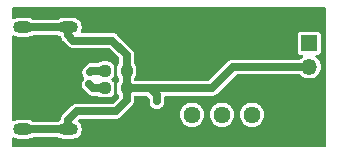
<source format=gbr>
%TF.GenerationSoftware,KiCad,Pcbnew,8.0.8*%
%TF.CreationDate,2025-02-05T16:43:23+08:00*%
%TF.ProjectId,5V24VBoostUp(USBC),35563234-5642-46f6-9f73-745570285553,rev?*%
%TF.SameCoordinates,Original*%
%TF.FileFunction,Copper,L2,Bot*%
%TF.FilePolarity,Positive*%
%FSLAX46Y46*%
G04 Gerber Fmt 4.6, Leading zero omitted, Abs format (unit mm)*
G04 Created by KiCad (PCBNEW 8.0.8) date 2025-02-05 16:43:23*
%MOMM*%
%LPD*%
G01*
G04 APERTURE LIST*
G04 Aperture macros list*
%AMRoundRect*
0 Rectangle with rounded corners*
0 $1 Rounding radius*
0 $2 $3 $4 $5 $6 $7 $8 $9 X,Y pos of 4 corners*
0 Add a 4 corners polygon primitive as box body*
4,1,4,$2,$3,$4,$5,$6,$7,$8,$9,$2,$3,0*
0 Add four circle primitives for the rounded corners*
1,1,$1+$1,$2,$3*
1,1,$1+$1,$4,$5*
1,1,$1+$1,$6,$7*
1,1,$1+$1,$8,$9*
0 Add four rect primitives between the rounded corners*
20,1,$1+$1,$2,$3,$4,$5,0*
20,1,$1+$1,$4,$5,$6,$7,0*
20,1,$1+$1,$6,$7,$8,$9,0*
20,1,$1+$1,$8,$9,$2,$3,0*%
G04 Aperture macros list end*
%TA.AperFunction,ComponentPad*%
%ADD10C,1.440000*%
%TD*%
%TA.AperFunction,HeatsinkPad*%
%ADD11O,1.700000X1.000000*%
%TD*%
%TA.AperFunction,ComponentPad*%
%ADD12R,1.350000X1.350000*%
%TD*%
%TA.AperFunction,ComponentPad*%
%ADD13O,1.350000X1.350000*%
%TD*%
%TA.AperFunction,SMDPad,CuDef*%
%ADD14RoundRect,0.237500X-0.250000X-0.237500X0.250000X-0.237500X0.250000X0.237500X-0.250000X0.237500X0*%
%TD*%
%TA.AperFunction,ViaPad*%
%ADD15C,0.600000*%
%TD*%
%TA.AperFunction,Conductor*%
%ADD16C,0.650000*%
%TD*%
G04 APERTURE END LIST*
D10*
%TO.P,R1,1*%
%TO.N,Net-(D1-K)*%
X126390400Y-96240600D03*
%TO.P,R1,2*%
%TO.N,Net-(U1-FB)*%
X128930400Y-96240600D03*
%TO.P,R1,3*%
%TO.N,N/C*%
X131470400Y-96240600D03*
%TD*%
D11*
%TO.P,J3,S1,SHIELD*%
%TO.N,GND*%
X115898000Y-88843200D03*
X112098000Y-88843200D03*
X115898000Y-97483200D03*
X112098000Y-97483200D03*
%TD*%
D12*
%TO.P,J2,1,Pin_1*%
%TO.N,Net-(D1-K)*%
X136321800Y-90195400D03*
D13*
%TO.P,J2,2,Pin_2*%
%TO.N,GND*%
X136321800Y-92195400D03*
%TD*%
D14*
%TO.P,R4,1*%
%TO.N,Net-(J3-CC2)*%
X119022500Y-94005400D03*
%TO.P,R4,2*%
%TO.N,GND*%
X120847500Y-94005400D03*
%TD*%
%TO.P,R3,1*%
%TO.N,Net-(J3-CC1)*%
X119024400Y-92506800D03*
%TO.P,R3,2*%
%TO.N,GND*%
X120849400Y-92506800D03*
%TD*%
D15*
%TO.N,GND*%
X123418600Y-95123000D03*
X117729000Y-95957801D03*
X117322600Y-89966800D03*
%TO.N,Net-(J3-CC1)*%
X117729000Y-92659200D03*
%TO.N,Net-(J3-CC2)*%
X117703600Y-93675200D03*
%TD*%
D16*
%TO.N,GND*%
X115898000Y-88843200D02*
X115898000Y-89507400D01*
X122834400Y-94005400D02*
X128092200Y-94005400D01*
X117729000Y-95957801D02*
X119916799Y-95957801D01*
X112098000Y-88843200D02*
X115898000Y-88843200D01*
X117729000Y-95957801D02*
X117732399Y-95961200D01*
X120849400Y-92506800D02*
X120849400Y-94003500D01*
X112098000Y-97483200D02*
X115898000Y-97483200D01*
X120849400Y-91156800D02*
X120849400Y-92506800D01*
X115898000Y-97483200D02*
X115898000Y-96674600D01*
X129902200Y-92195400D02*
X136321800Y-92195400D01*
X123418600Y-94589600D02*
X123418600Y-95123000D01*
X122834400Y-94005400D02*
X123418600Y-94589600D01*
X115898000Y-96674600D02*
X116614799Y-95957801D01*
X128092200Y-94005400D02*
X129902200Y-92195400D01*
X120847500Y-94005400D02*
X122834400Y-94005400D01*
X116357400Y-89966800D02*
X117322600Y-89966800D01*
X116614799Y-95957801D02*
X117729000Y-95957801D01*
X120847500Y-95027100D02*
X120847500Y-94005400D01*
X115898000Y-89507400D02*
X116357400Y-89966800D01*
X119916799Y-95957801D02*
X120847500Y-95027100D01*
X119659400Y-89966800D02*
X120849400Y-91156800D01*
X117322600Y-89966800D02*
X119659400Y-89966800D01*
X120849400Y-94003500D02*
X120847500Y-94005400D01*
%TO.N,Net-(J3-CC1)*%
X117881400Y-92506800D02*
X117729000Y-92659200D01*
X119024400Y-92506800D02*
X117881400Y-92506800D01*
%TO.N,Net-(J3-CC2)*%
X119022500Y-94005400D02*
X118033800Y-94005400D01*
X118033800Y-94005400D02*
X117703600Y-93675200D01*
%TD*%
%TA.AperFunction,NonConductor*%
G36*
X115072689Y-89488385D02*
G01*
X115074541Y-89489598D01*
X115168821Y-89552594D01*
X115217018Y-89572557D01*
X115271419Y-89616397D01*
X115291181Y-89662927D01*
X115296534Y-89689843D01*
X115296536Y-89689849D01*
X115296537Y-89689851D01*
X115343688Y-89803686D01*
X115343690Y-89803688D01*
X115343690Y-89803689D01*
X115366999Y-89838572D01*
X115367000Y-89838574D01*
X115412140Y-89906131D01*
X115412141Y-89906132D01*
X115412142Y-89906133D01*
X115499267Y-89993258D01*
X115499268Y-89993258D01*
X115506335Y-90000325D01*
X115506334Y-90000325D01*
X115506338Y-90000328D01*
X115958663Y-90452655D01*
X115958667Y-90452658D01*
X116061110Y-90521109D01*
X116061111Y-90521109D01*
X116061115Y-90521112D01*
X116127796Y-90548731D01*
X116127798Y-90548733D01*
X116157529Y-90561047D01*
X116174948Y-90568263D01*
X116295794Y-90592300D01*
X116419007Y-90592300D01*
X117260994Y-90592300D01*
X119348948Y-90592300D01*
X119415987Y-90611985D01*
X119436629Y-90628619D01*
X120187581Y-91379571D01*
X120221066Y-91440894D01*
X120223900Y-91467252D01*
X120223900Y-91832392D01*
X120204215Y-91899431D01*
X120198704Y-91907317D01*
X120126039Y-92003139D01*
X120071782Y-92140724D01*
X120071782Y-92140725D01*
X120061400Y-92227181D01*
X120061400Y-92786418D01*
X120071782Y-92872874D01*
X120071782Y-92872875D01*
X120071783Y-92872877D01*
X120126025Y-93010426D01*
X120126039Y-93010460D01*
X120198704Y-93106283D01*
X120223527Y-93171594D01*
X120223900Y-93181208D01*
X120223900Y-93328486D01*
X120204215Y-93395525D01*
X120198704Y-93403411D01*
X120124139Y-93501739D01*
X120069882Y-93639324D01*
X120069882Y-93639325D01*
X120059500Y-93725781D01*
X120059500Y-94285018D01*
X120069882Y-94371474D01*
X120069882Y-94371475D01*
X120078735Y-94393924D01*
X120117117Y-94491255D01*
X120124139Y-94509060D01*
X120196804Y-94604883D01*
X120221627Y-94670194D01*
X120222000Y-94679808D01*
X120222000Y-94716648D01*
X120202315Y-94783687D01*
X120185681Y-94804329D01*
X119694028Y-95295982D01*
X119632705Y-95329467D01*
X119606347Y-95332301D01*
X116553188Y-95332301D01*
X116492770Y-95344319D01*
X116432347Y-95356338D01*
X116432342Y-95356339D01*
X116401630Y-95369061D01*
X116385196Y-95375868D01*
X116362968Y-95385075D01*
X116318512Y-95403489D01*
X116308356Y-95410276D01*
X116308248Y-95410348D01*
X116216067Y-95471941D01*
X116175051Y-95512958D01*
X116128941Y-95559068D01*
X116128938Y-95559071D01*
X115499270Y-96188739D01*
X115499267Y-96188742D01*
X115455704Y-96232304D01*
X115412142Y-96275866D01*
X115400837Y-96292785D01*
X115389607Y-96309593D01*
X115343688Y-96378314D01*
X115343686Y-96378317D01*
X115343685Y-96378319D01*
X115317867Y-96440652D01*
X115317867Y-96440653D01*
X115296538Y-96492145D01*
X115296535Y-96492155D01*
X115272500Y-96612989D01*
X115272500Y-96648006D01*
X115252815Y-96715045D01*
X115200011Y-96760800D01*
X115195954Y-96762567D01*
X115168821Y-96773806D01*
X115168815Y-96773809D01*
X115074541Y-96836802D01*
X115007864Y-96857680D01*
X115005650Y-96857700D01*
X112990350Y-96857700D01*
X112923311Y-96838015D01*
X112921459Y-96836802D01*
X112827184Y-96773809D01*
X112827172Y-96773802D01*
X112681501Y-96713464D01*
X112681489Y-96713461D01*
X112526845Y-96682700D01*
X112526842Y-96682700D01*
X111669158Y-96682700D01*
X111669155Y-96682700D01*
X111514510Y-96713461D01*
X111514498Y-96713464D01*
X111368827Y-96773802D01*
X111368816Y-96773808D01*
X111335790Y-96795876D01*
X111269113Y-96816753D01*
X111201733Y-96798268D01*
X111155043Y-96746289D01*
X111142900Y-96692773D01*
X111142900Y-93613588D01*
X117078100Y-93613588D01*
X117078100Y-93736811D01*
X117102135Y-93857644D01*
X117102140Y-93857661D01*
X117149285Y-93971481D01*
X117149290Y-93971490D01*
X117217739Y-94073927D01*
X117217745Y-94073935D01*
X117544816Y-94401006D01*
X117544845Y-94401037D01*
X117635063Y-94491255D01*
X117635067Y-94491258D01*
X117737507Y-94559707D01*
X117737511Y-94559709D01*
X117737514Y-94559711D01*
X117851348Y-94606863D01*
X117911771Y-94618881D01*
X117972193Y-94630900D01*
X117972194Y-94630900D01*
X118352076Y-94630900D01*
X118419115Y-94650585D01*
X118427001Y-94656096D01*
X118468889Y-94687861D01*
X118506342Y-94716262D01*
X118643923Y-94770517D01*
X118701562Y-94777439D01*
X118730381Y-94780900D01*
X118730382Y-94780900D01*
X119314619Y-94780900D01*
X119336232Y-94778304D01*
X119401077Y-94770517D01*
X119538658Y-94716262D01*
X119656500Y-94626900D01*
X119745862Y-94509058D01*
X119800117Y-94371477D01*
X119810500Y-94285018D01*
X119810500Y-93725782D01*
X119800117Y-93639323D01*
X119745862Y-93501742D01*
X119739047Y-93492755D01*
X119656500Y-93383899D01*
X119619213Y-93355624D01*
X119577690Y-93299432D01*
X119573138Y-93229710D01*
X119607003Y-93168596D01*
X119619208Y-93158019D01*
X119658400Y-93128300D01*
X119747762Y-93010458D01*
X119802017Y-92872877D01*
X119812400Y-92786418D01*
X119812400Y-92227182D01*
X119802017Y-92140723D01*
X119747762Y-92003142D01*
X119735305Y-91986715D01*
X119658400Y-91885299D01*
X119540560Y-91795939D01*
X119540558Y-91795938D01*
X119402977Y-91741683D01*
X119402976Y-91741682D01*
X119402974Y-91741682D01*
X119316519Y-91731300D01*
X119316518Y-91731300D01*
X118732282Y-91731300D01*
X118732281Y-91731300D01*
X118645825Y-91741682D01*
X118645824Y-91741682D01*
X118508239Y-91795939D01*
X118428901Y-91856104D01*
X118363590Y-91880927D01*
X118353976Y-91881300D01*
X117819789Y-91881300D01*
X117759371Y-91893318D01*
X117721659Y-91900819D01*
X117698950Y-91905336D01*
X117698948Y-91905337D01*
X117665607Y-91919147D01*
X117585119Y-91952484D01*
X117585105Y-91952492D01*
X117482672Y-92020938D01*
X117482664Y-92020944D01*
X117243147Y-92260461D01*
X117243140Y-92260469D01*
X117174690Y-92362909D01*
X117174685Y-92362918D01*
X117127540Y-92476738D01*
X117127535Y-92476755D01*
X117103500Y-92597588D01*
X117103500Y-92720811D01*
X117127535Y-92841644D01*
X117127540Y-92841661D01*
X117174685Y-92955481D01*
X117174690Y-92955490D01*
X117243139Y-93057927D01*
X117243141Y-93057931D01*
X117252032Y-93066822D01*
X117285514Y-93128146D01*
X117280527Y-93197838D01*
X117252029Y-93242180D01*
X117217745Y-93276464D01*
X117217739Y-93276472D01*
X117149290Y-93378909D01*
X117149285Y-93378918D01*
X117102140Y-93492738D01*
X117102135Y-93492755D01*
X117078100Y-93613588D01*
X111142900Y-93613588D01*
X111142900Y-89633626D01*
X111162585Y-89566587D01*
X111215389Y-89520832D01*
X111284547Y-89510888D01*
X111335792Y-89530525D01*
X111368812Y-89552589D01*
X111368827Y-89552597D01*
X111514498Y-89612935D01*
X111514503Y-89612937D01*
X111669153Y-89643699D01*
X111669156Y-89643700D01*
X111669158Y-89643700D01*
X112526844Y-89643700D01*
X112526845Y-89643699D01*
X112681497Y-89612937D01*
X112827179Y-89552594D01*
X112921459Y-89489598D01*
X112988136Y-89468720D01*
X112990350Y-89468700D01*
X115005650Y-89468700D01*
X115072689Y-89488385D01*
G37*
%TD.AperFunction*%
%TA.AperFunction,NonConductor*%
G36*
X137720139Y-87184985D02*
G01*
X137765894Y-87237789D01*
X137777100Y-87289300D01*
X137777100Y-98892700D01*
X137757415Y-98959739D01*
X137704611Y-99005494D01*
X137653100Y-99016700D01*
X111266900Y-99016700D01*
X111199861Y-98997015D01*
X111154106Y-98944211D01*
X111142900Y-98892700D01*
X111142900Y-98273626D01*
X111162585Y-98206587D01*
X111215389Y-98160832D01*
X111284547Y-98150888D01*
X111335792Y-98170525D01*
X111368812Y-98192589D01*
X111368827Y-98192597D01*
X111514498Y-98252935D01*
X111514503Y-98252937D01*
X111669153Y-98283699D01*
X111669156Y-98283700D01*
X111669158Y-98283700D01*
X112526844Y-98283700D01*
X112526845Y-98283699D01*
X112681497Y-98252937D01*
X112827179Y-98192594D01*
X112921459Y-98129598D01*
X112988136Y-98108720D01*
X112990350Y-98108700D01*
X115005650Y-98108700D01*
X115072689Y-98128385D01*
X115074541Y-98129598D01*
X115168821Y-98192594D01*
X115168823Y-98192595D01*
X115168827Y-98192597D01*
X115314498Y-98252935D01*
X115314503Y-98252937D01*
X115469153Y-98283699D01*
X115469156Y-98283700D01*
X115469158Y-98283700D01*
X116326844Y-98283700D01*
X116326845Y-98283699D01*
X116481497Y-98252937D01*
X116627179Y-98192594D01*
X116758289Y-98104989D01*
X116869789Y-97993489D01*
X116957394Y-97862379D01*
X117017737Y-97716697D01*
X117048500Y-97562042D01*
X117048500Y-97404358D01*
X117048500Y-97404355D01*
X117048499Y-97404353D01*
X117017738Y-97249710D01*
X117017737Y-97249703D01*
X116992171Y-97187980D01*
X116957397Y-97104027D01*
X116957390Y-97104014D01*
X116869789Y-96972911D01*
X116869786Y-96972907D01*
X116764715Y-96867836D01*
X116731230Y-96806513D01*
X116736214Y-96736821D01*
X116764712Y-96692477D01*
X116837571Y-96619618D01*
X116898894Y-96586135D01*
X116925251Y-96583301D01*
X117641492Y-96583301D01*
X117665682Y-96585683D01*
X117670792Y-96586700D01*
X117670793Y-96586700D01*
X117794005Y-96586700D01*
X117794006Y-96586700D01*
X117799115Y-96585683D01*
X117823306Y-96583301D01*
X119978406Y-96583301D01*
X120038828Y-96571282D01*
X120099251Y-96559264D01*
X120138890Y-96542845D01*
X120213085Y-96512113D01*
X120264308Y-96477885D01*
X120315532Y-96443659D01*
X120402657Y-96356534D01*
X120402658Y-96356532D01*
X120409724Y-96349466D01*
X120409727Y-96349462D01*
X120518589Y-96240600D01*
X125364962Y-96240600D01*
X125384665Y-96440651D01*
X125395960Y-96477885D01*
X125443019Y-96633018D01*
X125537779Y-96810303D01*
X125537781Y-96810306D01*
X125665305Y-96965694D01*
X125820693Y-97093218D01*
X125820697Y-97093221D01*
X125997982Y-97187981D01*
X126190347Y-97246334D01*
X126190346Y-97246334D01*
X126208283Y-97248100D01*
X126390400Y-97266038D01*
X126590453Y-97246334D01*
X126782818Y-97187981D01*
X126960103Y-97093221D01*
X127115494Y-96965694D01*
X127243021Y-96810303D01*
X127337781Y-96633018D01*
X127396134Y-96440653D01*
X127415838Y-96240600D01*
X127904962Y-96240600D01*
X127924665Y-96440651D01*
X127935960Y-96477885D01*
X127983019Y-96633018D01*
X128077779Y-96810303D01*
X128077781Y-96810306D01*
X128205305Y-96965694D01*
X128360693Y-97093218D01*
X128360697Y-97093221D01*
X128537982Y-97187981D01*
X128730347Y-97246334D01*
X128730346Y-97246334D01*
X128748283Y-97248100D01*
X128930400Y-97266038D01*
X129130453Y-97246334D01*
X129322818Y-97187981D01*
X129500103Y-97093221D01*
X129655494Y-96965694D01*
X129783021Y-96810303D01*
X129877781Y-96633018D01*
X129936134Y-96440653D01*
X129955838Y-96240600D01*
X130444962Y-96240600D01*
X130464665Y-96440651D01*
X130475960Y-96477885D01*
X130523019Y-96633018D01*
X130617779Y-96810303D01*
X130617781Y-96810306D01*
X130745305Y-96965694D01*
X130900693Y-97093218D01*
X130900697Y-97093221D01*
X131077982Y-97187981D01*
X131270347Y-97246334D01*
X131270346Y-97246334D01*
X131288283Y-97248100D01*
X131470400Y-97266038D01*
X131670453Y-97246334D01*
X131862818Y-97187981D01*
X132040103Y-97093221D01*
X132195494Y-96965694D01*
X132323021Y-96810303D01*
X132417781Y-96633018D01*
X132476134Y-96440653D01*
X132495838Y-96240600D01*
X132476134Y-96040547D01*
X132417781Y-95848182D01*
X132323021Y-95670897D01*
X132272107Y-95608858D01*
X132195494Y-95515505D01*
X132040106Y-95387981D01*
X132040104Y-95387980D01*
X132040103Y-95387979D01*
X131862818Y-95293219D01*
X131670453Y-95234866D01*
X131670450Y-95234865D01*
X131670453Y-95234865D01*
X131470400Y-95215162D01*
X131270348Y-95234865D01*
X131077982Y-95293219D01*
X130900693Y-95387981D01*
X130745305Y-95515505D01*
X130617781Y-95670893D01*
X130523019Y-95848182D01*
X130464665Y-96040548D01*
X130444962Y-96240600D01*
X129955838Y-96240600D01*
X129936134Y-96040547D01*
X129877781Y-95848182D01*
X129783021Y-95670897D01*
X129732107Y-95608858D01*
X129655494Y-95515505D01*
X129500106Y-95387981D01*
X129500104Y-95387980D01*
X129500103Y-95387979D01*
X129322818Y-95293219D01*
X129130453Y-95234866D01*
X129130450Y-95234865D01*
X129130453Y-95234865D01*
X128930400Y-95215162D01*
X128730348Y-95234865D01*
X128537982Y-95293219D01*
X128360693Y-95387981D01*
X128205305Y-95515505D01*
X128077781Y-95670893D01*
X127983019Y-95848182D01*
X127924665Y-96040548D01*
X127904962Y-96240600D01*
X127415838Y-96240600D01*
X127396134Y-96040547D01*
X127337781Y-95848182D01*
X127243021Y-95670897D01*
X127192107Y-95608858D01*
X127115494Y-95515505D01*
X126960106Y-95387981D01*
X126960104Y-95387980D01*
X126960103Y-95387979D01*
X126782818Y-95293219D01*
X126590453Y-95234866D01*
X126590450Y-95234865D01*
X126590453Y-95234865D01*
X126390400Y-95215162D01*
X126190348Y-95234865D01*
X125997982Y-95293219D01*
X125820693Y-95387981D01*
X125665305Y-95515505D01*
X125537781Y-95670893D01*
X125443019Y-95848182D01*
X125384665Y-96040548D01*
X125364962Y-96240600D01*
X120518589Y-96240600D01*
X121246229Y-95512960D01*
X121246233Y-95512958D01*
X121333358Y-95425833D01*
X121371291Y-95369063D01*
X121401812Y-95323386D01*
X121435152Y-95242892D01*
X121448963Y-95209552D01*
X121473000Y-95088706D01*
X121473000Y-94754900D01*
X121492685Y-94687861D01*
X121545489Y-94642106D01*
X121597000Y-94630900D01*
X122523948Y-94630900D01*
X122590987Y-94650585D01*
X122611629Y-94667219D01*
X122756781Y-94812371D01*
X122790266Y-94873694D01*
X122793100Y-94900052D01*
X122793100Y-95184610D01*
X122817135Y-95305444D01*
X122817138Y-95305454D01*
X122864287Y-95419283D01*
X122864292Y-95419292D01*
X122932741Y-95521732D01*
X122932744Y-95521736D01*
X123019863Y-95608855D01*
X123019867Y-95608858D01*
X123122307Y-95677307D01*
X123122313Y-95677310D01*
X123122314Y-95677311D01*
X123236148Y-95724463D01*
X123356989Y-95748499D01*
X123356993Y-95748500D01*
X123356994Y-95748500D01*
X123480207Y-95748500D01*
X123480208Y-95748499D01*
X123601052Y-95724463D01*
X123714886Y-95677311D01*
X123817333Y-95608858D01*
X123904458Y-95521733D01*
X123972911Y-95419286D01*
X124020063Y-95305452D01*
X124044100Y-95184606D01*
X124044100Y-94754900D01*
X124063785Y-94687861D01*
X124116589Y-94642106D01*
X124168100Y-94630900D01*
X128153807Y-94630900D01*
X128214229Y-94618881D01*
X128274652Y-94606863D01*
X128274655Y-94606861D01*
X128274658Y-94606861D01*
X128307987Y-94593054D01*
X128307986Y-94593054D01*
X128307992Y-94593052D01*
X128388486Y-94559712D01*
X128439709Y-94525484D01*
X128490933Y-94491258D01*
X128578058Y-94404133D01*
X128578058Y-94404131D01*
X128588266Y-94393924D01*
X128588267Y-94393921D01*
X130124972Y-92857219D01*
X130186295Y-92823734D01*
X130212653Y-92820900D01*
X135514538Y-92820900D01*
X135581577Y-92840585D01*
X135610392Y-92866236D01*
X135628680Y-92888520D01*
X135777217Y-93010422D01*
X135777224Y-93010426D01*
X135946681Y-93101003D01*
X135946683Y-93101003D01*
X135946686Y-93101005D01*
X136130569Y-93156785D01*
X136130568Y-93156785D01*
X136143057Y-93158015D01*
X136321800Y-93175620D01*
X136513031Y-93156785D01*
X136696914Y-93101005D01*
X136866381Y-93010423D01*
X137014920Y-92888520D01*
X137136823Y-92739981D01*
X137227405Y-92570514D01*
X137283185Y-92386631D01*
X137302020Y-92195400D01*
X137283185Y-92004169D01*
X137227405Y-91820286D01*
X137227403Y-91820283D01*
X137227403Y-91820281D01*
X137136826Y-91650824D01*
X137136822Y-91650817D01*
X137014920Y-91502279D01*
X136879023Y-91390752D01*
X136839689Y-91333007D01*
X136837818Y-91263162D01*
X136874005Y-91203394D01*
X136936761Y-91172678D01*
X136957687Y-91170899D01*
X137041664Y-91170899D01*
X137041679Y-91170897D01*
X137041682Y-91170897D01*
X137066787Y-91167986D01*
X137066788Y-91167985D01*
X137066791Y-91167985D01*
X137169565Y-91122606D01*
X137249006Y-91043165D01*
X137294385Y-90940391D01*
X137297300Y-90915265D01*
X137297299Y-89475536D01*
X137296509Y-89468720D01*
X137294386Y-89450412D01*
X137294385Y-89450410D01*
X137294385Y-89450409D01*
X137249006Y-89347635D01*
X137169565Y-89268194D01*
X137169563Y-89268193D01*
X137066792Y-89222815D01*
X137041665Y-89219900D01*
X135601943Y-89219900D01*
X135601917Y-89219902D01*
X135576812Y-89222813D01*
X135576808Y-89222815D01*
X135474035Y-89268193D01*
X135394594Y-89347634D01*
X135349215Y-89450406D01*
X135349215Y-89450408D01*
X135346300Y-89475531D01*
X135346300Y-90915256D01*
X135346302Y-90915282D01*
X135349213Y-90940387D01*
X135349215Y-90940391D01*
X135394593Y-91043164D01*
X135394594Y-91043165D01*
X135474035Y-91122606D01*
X135576809Y-91167985D01*
X135601935Y-91170900D01*
X135685912Y-91170899D01*
X135752948Y-91190583D01*
X135798704Y-91243386D01*
X135808648Y-91312545D01*
X135779624Y-91376101D01*
X135764575Y-91390752D01*
X135628680Y-91502278D01*
X135610392Y-91524564D01*
X135552647Y-91563899D01*
X135514538Y-91569900D01*
X129969941Y-91569900D01*
X129969921Y-91569899D01*
X129963807Y-91569899D01*
X129840594Y-91569899D01*
X129739797Y-91589948D01*
X129739792Y-91589948D01*
X129719749Y-91593936D01*
X129719747Y-91593936D01*
X129672597Y-91613467D01*
X129605919Y-91641085D01*
X129605917Y-91641086D01*
X129503466Y-91709541D01*
X129503463Y-91709544D01*
X127869429Y-93343581D01*
X127808106Y-93377066D01*
X127781748Y-93379900D01*
X121598900Y-93379900D01*
X121531861Y-93360215D01*
X121486106Y-93307411D01*
X121474900Y-93255900D01*
X121474900Y-93181208D01*
X121494585Y-93114169D01*
X121500096Y-93106283D01*
X121572760Y-93010460D01*
X121572762Y-93010458D01*
X121627017Y-92872877D01*
X121637400Y-92786418D01*
X121637400Y-92227182D01*
X121627017Y-92140723D01*
X121572762Y-92003142D01*
X121500096Y-91907317D01*
X121475273Y-91842006D01*
X121474900Y-91832392D01*
X121474900Y-91095193D01*
X121474899Y-91095189D01*
X121450864Y-90974355D01*
X121450863Y-90974348D01*
X121426390Y-90915265D01*
X121426386Y-90915256D01*
X121419747Y-90899228D01*
X121403712Y-90860514D01*
X121369484Y-90809290D01*
X121335258Y-90758067D01*
X121335256Y-90758064D01*
X121245037Y-90667845D01*
X121245006Y-90667816D01*
X120149598Y-89572408D01*
X120149578Y-89572386D01*
X120058133Y-89480941D01*
X120003838Y-89444663D01*
X119955687Y-89412489D01*
X119955686Y-89412488D01*
X119955683Y-89412486D01*
X119955680Y-89412485D01*
X119875192Y-89379147D01*
X119841853Y-89365337D01*
X119831827Y-89363343D01*
X119781429Y-89353318D01*
X119721010Y-89341300D01*
X119721007Y-89341300D01*
X119721006Y-89341300D01*
X117384206Y-89341300D01*
X117093714Y-89341300D01*
X117026675Y-89321615D01*
X116980920Y-89268811D01*
X116970976Y-89199653D01*
X116979153Y-89169847D01*
X117017737Y-89076697D01*
X117048500Y-88922042D01*
X117048500Y-88764358D01*
X117048500Y-88764355D01*
X117048499Y-88764353D01*
X117017738Y-88609710D01*
X117017737Y-88609703D01*
X117017735Y-88609698D01*
X116957397Y-88464027D01*
X116957390Y-88464014D01*
X116869789Y-88332911D01*
X116869786Y-88332907D01*
X116758292Y-88221413D01*
X116758288Y-88221410D01*
X116627185Y-88133809D01*
X116627172Y-88133802D01*
X116481501Y-88073464D01*
X116481489Y-88073461D01*
X116326845Y-88042700D01*
X116326842Y-88042700D01*
X115469158Y-88042700D01*
X115469155Y-88042700D01*
X115314510Y-88073461D01*
X115314498Y-88073464D01*
X115168827Y-88133802D01*
X115168815Y-88133809D01*
X115074541Y-88196802D01*
X115007864Y-88217680D01*
X115005650Y-88217700D01*
X112990350Y-88217700D01*
X112923311Y-88198015D01*
X112921459Y-88196802D01*
X112827184Y-88133809D01*
X112827172Y-88133802D01*
X112681501Y-88073464D01*
X112681489Y-88073461D01*
X112526845Y-88042700D01*
X112526842Y-88042700D01*
X111669158Y-88042700D01*
X111669155Y-88042700D01*
X111514510Y-88073461D01*
X111514498Y-88073464D01*
X111368827Y-88133802D01*
X111368816Y-88133808D01*
X111335790Y-88155876D01*
X111269113Y-88176753D01*
X111201733Y-88158268D01*
X111155043Y-88106289D01*
X111142900Y-88052773D01*
X111142900Y-87289300D01*
X111162585Y-87222261D01*
X111215389Y-87176506D01*
X111266900Y-87165300D01*
X137653100Y-87165300D01*
X137720139Y-87184985D01*
G37*
%TD.AperFunction*%
M02*

</source>
